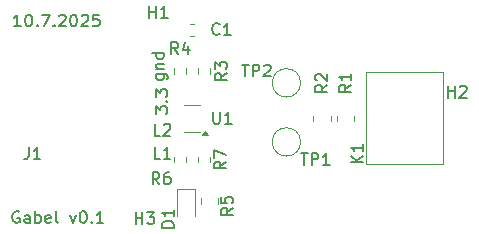
<source format=gbr>
%TF.GenerationSoftware,KiCad,Pcbnew,9.0.2*%
%TF.CreationDate,2025-07-10T11:39:35+02:00*%
%TF.ProjectId,iagabel,69616761-6265-46c2-9e6b-696361645f70,rev?*%
%TF.SameCoordinates,Original*%
%TF.FileFunction,Legend,Top*%
%TF.FilePolarity,Positive*%
%FSLAX46Y46*%
G04 Gerber Fmt 4.6, Leading zero omitted, Abs format (unit mm)*
G04 Created by KiCad (PCBNEW 9.0.2) date 2025-07-10 11:39:35*
%MOMM*%
%LPD*%
G01*
G04 APERTURE LIST*
%ADD10C,0.150000*%
%ADD11C,0.120000*%
G04 APERTURE END LIST*
D10*
X12953152Y-6284649D02*
X13762676Y-6284649D01*
X13762676Y-6284649D02*
X13857914Y-6332268D01*
X13857914Y-6332268D02*
X13905533Y-6379887D01*
X13905533Y-6379887D02*
X13953152Y-6475125D01*
X13953152Y-6475125D02*
X13953152Y-6617982D01*
X13953152Y-6617982D02*
X13905533Y-6713220D01*
X13572200Y-6284649D02*
X13619819Y-6379887D01*
X13619819Y-6379887D02*
X13619819Y-6570363D01*
X13619819Y-6570363D02*
X13572200Y-6665601D01*
X13572200Y-6665601D02*
X13524580Y-6713220D01*
X13524580Y-6713220D02*
X13429342Y-6760839D01*
X13429342Y-6760839D02*
X13143628Y-6760839D01*
X13143628Y-6760839D02*
X13048390Y-6713220D01*
X13048390Y-6713220D02*
X13000771Y-6665601D01*
X13000771Y-6665601D02*
X12953152Y-6570363D01*
X12953152Y-6570363D02*
X12953152Y-6379887D01*
X12953152Y-6379887D02*
X13000771Y-6284649D01*
X12953152Y-5808458D02*
X13619819Y-5808458D01*
X13048390Y-5808458D02*
X13000771Y-5760839D01*
X13000771Y-5760839D02*
X12953152Y-5665601D01*
X12953152Y-5665601D02*
X12953152Y-5522744D01*
X12953152Y-5522744D02*
X13000771Y-5427506D01*
X13000771Y-5427506D02*
X13096009Y-5379887D01*
X13096009Y-5379887D02*
X13619819Y-5379887D01*
X13619819Y-4475125D02*
X12619819Y-4475125D01*
X13572200Y-4475125D02*
X13619819Y-4570363D01*
X13619819Y-4570363D02*
X13619819Y-4760839D01*
X13619819Y-4760839D02*
X13572200Y-4856077D01*
X13572200Y-4856077D02*
X13524580Y-4903696D01*
X13524580Y-4903696D02*
X13429342Y-4951315D01*
X13429342Y-4951315D02*
X13143628Y-4951315D01*
X13143628Y-4951315D02*
X13048390Y-4903696D01*
X13048390Y-4903696D02*
X13000771Y-4856077D01*
X13000771Y-4856077D02*
X12953152Y-4760839D01*
X12953152Y-4760839D02*
X12953152Y-4570363D01*
X12953152Y-4570363D02*
X13000771Y-4475125D01*
X12919819Y-9608458D02*
X12919819Y-8989411D01*
X12919819Y-8989411D02*
X13300771Y-9322744D01*
X13300771Y-9322744D02*
X13300771Y-9179887D01*
X13300771Y-9179887D02*
X13348390Y-9084649D01*
X13348390Y-9084649D02*
X13396009Y-9037030D01*
X13396009Y-9037030D02*
X13491247Y-8989411D01*
X13491247Y-8989411D02*
X13729342Y-8989411D01*
X13729342Y-8989411D02*
X13824580Y-9037030D01*
X13824580Y-9037030D02*
X13872200Y-9084649D01*
X13872200Y-9084649D02*
X13919819Y-9179887D01*
X13919819Y-9179887D02*
X13919819Y-9465601D01*
X13919819Y-9465601D02*
X13872200Y-9560839D01*
X13872200Y-9560839D02*
X13824580Y-9608458D01*
X13824580Y-8560839D02*
X13872200Y-8513220D01*
X13872200Y-8513220D02*
X13919819Y-8560839D01*
X13919819Y-8560839D02*
X13872200Y-8608458D01*
X13872200Y-8608458D02*
X13824580Y-8560839D01*
X13824580Y-8560839D02*
X13919819Y-8560839D01*
X12919819Y-8179887D02*
X12919819Y-7560840D01*
X12919819Y-7560840D02*
X13300771Y-7894173D01*
X13300771Y-7894173D02*
X13300771Y-7751316D01*
X13300771Y-7751316D02*
X13348390Y-7656078D01*
X13348390Y-7656078D02*
X13396009Y-7608459D01*
X13396009Y-7608459D02*
X13491247Y-7560840D01*
X13491247Y-7560840D02*
X13729342Y-7560840D01*
X13729342Y-7560840D02*
X13824580Y-7608459D01*
X13824580Y-7608459D02*
X13872200Y-7656078D01*
X13872200Y-7656078D02*
X13919819Y-7751316D01*
X13919819Y-7751316D02*
X13919819Y-8037030D01*
X13919819Y-8037030D02*
X13872200Y-8132268D01*
X13872200Y-8132268D02*
X13824580Y-8179887D01*
X13312969Y-11469819D02*
X12836779Y-11469819D01*
X12836779Y-11469819D02*
X12836779Y-10469819D01*
X13598684Y-10565057D02*
X13646303Y-10517438D01*
X13646303Y-10517438D02*
X13741541Y-10469819D01*
X13741541Y-10469819D02*
X13979636Y-10469819D01*
X13979636Y-10469819D02*
X14074874Y-10517438D01*
X14074874Y-10517438D02*
X14122493Y-10565057D01*
X14122493Y-10565057D02*
X14170112Y-10660295D01*
X14170112Y-10660295D02*
X14170112Y-10755533D01*
X14170112Y-10755533D02*
X14122493Y-10898390D01*
X14122493Y-10898390D02*
X13551065Y-11469819D01*
X13551065Y-11469819D02*
X14170112Y-11469819D01*
X13312969Y-13419819D02*
X12836779Y-13419819D01*
X12836779Y-13419819D02*
X12836779Y-12419819D01*
X14170112Y-13419819D02*
X13598684Y-13419819D01*
X13884398Y-13419819D02*
X13884398Y-12419819D01*
X13884398Y-12419819D02*
X13789160Y-12562676D01*
X13789160Y-12562676D02*
X13693922Y-12657914D01*
X13693922Y-12657914D02*
X13598684Y-12705533D01*
X1510588Y-2219819D02*
X939160Y-2219819D01*
X1224874Y-2219819D02*
X1224874Y-1219819D01*
X1224874Y-1219819D02*
X1129636Y-1362676D01*
X1129636Y-1362676D02*
X1034398Y-1457914D01*
X1034398Y-1457914D02*
X939160Y-1505533D01*
X2129636Y-1219819D02*
X2224874Y-1219819D01*
X2224874Y-1219819D02*
X2320112Y-1267438D01*
X2320112Y-1267438D02*
X2367731Y-1315057D01*
X2367731Y-1315057D02*
X2415350Y-1410295D01*
X2415350Y-1410295D02*
X2462969Y-1600771D01*
X2462969Y-1600771D02*
X2462969Y-1838866D01*
X2462969Y-1838866D02*
X2415350Y-2029342D01*
X2415350Y-2029342D02*
X2367731Y-2124580D01*
X2367731Y-2124580D02*
X2320112Y-2172200D01*
X2320112Y-2172200D02*
X2224874Y-2219819D01*
X2224874Y-2219819D02*
X2129636Y-2219819D01*
X2129636Y-2219819D02*
X2034398Y-2172200D01*
X2034398Y-2172200D02*
X1986779Y-2124580D01*
X1986779Y-2124580D02*
X1939160Y-2029342D01*
X1939160Y-2029342D02*
X1891541Y-1838866D01*
X1891541Y-1838866D02*
X1891541Y-1600771D01*
X1891541Y-1600771D02*
X1939160Y-1410295D01*
X1939160Y-1410295D02*
X1986779Y-1315057D01*
X1986779Y-1315057D02*
X2034398Y-1267438D01*
X2034398Y-1267438D02*
X2129636Y-1219819D01*
X2891541Y-2124580D02*
X2939160Y-2172200D01*
X2939160Y-2172200D02*
X2891541Y-2219819D01*
X2891541Y-2219819D02*
X2843922Y-2172200D01*
X2843922Y-2172200D02*
X2891541Y-2124580D01*
X2891541Y-2124580D02*
X2891541Y-2219819D01*
X3272493Y-1219819D02*
X3939159Y-1219819D01*
X3939159Y-1219819D02*
X3510588Y-2219819D01*
X4320112Y-2124580D02*
X4367731Y-2172200D01*
X4367731Y-2172200D02*
X4320112Y-2219819D01*
X4320112Y-2219819D02*
X4272493Y-2172200D01*
X4272493Y-2172200D02*
X4320112Y-2124580D01*
X4320112Y-2124580D02*
X4320112Y-2219819D01*
X4748683Y-1315057D02*
X4796302Y-1267438D01*
X4796302Y-1267438D02*
X4891540Y-1219819D01*
X4891540Y-1219819D02*
X5129635Y-1219819D01*
X5129635Y-1219819D02*
X5224873Y-1267438D01*
X5224873Y-1267438D02*
X5272492Y-1315057D01*
X5272492Y-1315057D02*
X5320111Y-1410295D01*
X5320111Y-1410295D02*
X5320111Y-1505533D01*
X5320111Y-1505533D02*
X5272492Y-1648390D01*
X5272492Y-1648390D02*
X4701064Y-2219819D01*
X4701064Y-2219819D02*
X5320111Y-2219819D01*
X5939159Y-1219819D02*
X6034397Y-1219819D01*
X6034397Y-1219819D02*
X6129635Y-1267438D01*
X6129635Y-1267438D02*
X6177254Y-1315057D01*
X6177254Y-1315057D02*
X6224873Y-1410295D01*
X6224873Y-1410295D02*
X6272492Y-1600771D01*
X6272492Y-1600771D02*
X6272492Y-1838866D01*
X6272492Y-1838866D02*
X6224873Y-2029342D01*
X6224873Y-2029342D02*
X6177254Y-2124580D01*
X6177254Y-2124580D02*
X6129635Y-2172200D01*
X6129635Y-2172200D02*
X6034397Y-2219819D01*
X6034397Y-2219819D02*
X5939159Y-2219819D01*
X5939159Y-2219819D02*
X5843921Y-2172200D01*
X5843921Y-2172200D02*
X5796302Y-2124580D01*
X5796302Y-2124580D02*
X5748683Y-2029342D01*
X5748683Y-2029342D02*
X5701064Y-1838866D01*
X5701064Y-1838866D02*
X5701064Y-1600771D01*
X5701064Y-1600771D02*
X5748683Y-1410295D01*
X5748683Y-1410295D02*
X5796302Y-1315057D01*
X5796302Y-1315057D02*
X5843921Y-1267438D01*
X5843921Y-1267438D02*
X5939159Y-1219819D01*
X6653445Y-1315057D02*
X6701064Y-1267438D01*
X6701064Y-1267438D02*
X6796302Y-1219819D01*
X6796302Y-1219819D02*
X7034397Y-1219819D01*
X7034397Y-1219819D02*
X7129635Y-1267438D01*
X7129635Y-1267438D02*
X7177254Y-1315057D01*
X7177254Y-1315057D02*
X7224873Y-1410295D01*
X7224873Y-1410295D02*
X7224873Y-1505533D01*
X7224873Y-1505533D02*
X7177254Y-1648390D01*
X7177254Y-1648390D02*
X6605826Y-2219819D01*
X6605826Y-2219819D02*
X7224873Y-2219819D01*
X8129635Y-1219819D02*
X7653445Y-1219819D01*
X7653445Y-1219819D02*
X7605826Y-1696009D01*
X7605826Y-1696009D02*
X7653445Y-1648390D01*
X7653445Y-1648390D02*
X7748683Y-1600771D01*
X7748683Y-1600771D02*
X7986778Y-1600771D01*
X7986778Y-1600771D02*
X8082016Y-1648390D01*
X8082016Y-1648390D02*
X8129635Y-1696009D01*
X8129635Y-1696009D02*
X8177254Y-1791247D01*
X8177254Y-1791247D02*
X8177254Y-2029342D01*
X8177254Y-2029342D02*
X8129635Y-2124580D01*
X8129635Y-2124580D02*
X8082016Y-2172200D01*
X8082016Y-2172200D02*
X7986778Y-2219819D01*
X7986778Y-2219819D02*
X7748683Y-2219819D01*
X7748683Y-2219819D02*
X7653445Y-2172200D01*
X7653445Y-2172200D02*
X7605826Y-2124580D01*
X1360588Y-17917438D02*
X1265350Y-17869819D01*
X1265350Y-17869819D02*
X1122493Y-17869819D01*
X1122493Y-17869819D02*
X979636Y-17917438D01*
X979636Y-17917438D02*
X884398Y-18012676D01*
X884398Y-18012676D02*
X836779Y-18107914D01*
X836779Y-18107914D02*
X789160Y-18298390D01*
X789160Y-18298390D02*
X789160Y-18441247D01*
X789160Y-18441247D02*
X836779Y-18631723D01*
X836779Y-18631723D02*
X884398Y-18726961D01*
X884398Y-18726961D02*
X979636Y-18822200D01*
X979636Y-18822200D02*
X1122493Y-18869819D01*
X1122493Y-18869819D02*
X1217731Y-18869819D01*
X1217731Y-18869819D02*
X1360588Y-18822200D01*
X1360588Y-18822200D02*
X1408207Y-18774580D01*
X1408207Y-18774580D02*
X1408207Y-18441247D01*
X1408207Y-18441247D02*
X1217731Y-18441247D01*
X2265350Y-18869819D02*
X2265350Y-18346009D01*
X2265350Y-18346009D02*
X2217731Y-18250771D01*
X2217731Y-18250771D02*
X2122493Y-18203152D01*
X2122493Y-18203152D02*
X1932017Y-18203152D01*
X1932017Y-18203152D02*
X1836779Y-18250771D01*
X2265350Y-18822200D02*
X2170112Y-18869819D01*
X2170112Y-18869819D02*
X1932017Y-18869819D01*
X1932017Y-18869819D02*
X1836779Y-18822200D01*
X1836779Y-18822200D02*
X1789160Y-18726961D01*
X1789160Y-18726961D02*
X1789160Y-18631723D01*
X1789160Y-18631723D02*
X1836779Y-18536485D01*
X1836779Y-18536485D02*
X1932017Y-18488866D01*
X1932017Y-18488866D02*
X2170112Y-18488866D01*
X2170112Y-18488866D02*
X2265350Y-18441247D01*
X2741541Y-18869819D02*
X2741541Y-17869819D01*
X2741541Y-18250771D02*
X2836779Y-18203152D01*
X2836779Y-18203152D02*
X3027255Y-18203152D01*
X3027255Y-18203152D02*
X3122493Y-18250771D01*
X3122493Y-18250771D02*
X3170112Y-18298390D01*
X3170112Y-18298390D02*
X3217731Y-18393628D01*
X3217731Y-18393628D02*
X3217731Y-18679342D01*
X3217731Y-18679342D02*
X3170112Y-18774580D01*
X3170112Y-18774580D02*
X3122493Y-18822200D01*
X3122493Y-18822200D02*
X3027255Y-18869819D01*
X3027255Y-18869819D02*
X2836779Y-18869819D01*
X2836779Y-18869819D02*
X2741541Y-18822200D01*
X4027255Y-18822200D02*
X3932017Y-18869819D01*
X3932017Y-18869819D02*
X3741541Y-18869819D01*
X3741541Y-18869819D02*
X3646303Y-18822200D01*
X3646303Y-18822200D02*
X3598684Y-18726961D01*
X3598684Y-18726961D02*
X3598684Y-18346009D01*
X3598684Y-18346009D02*
X3646303Y-18250771D01*
X3646303Y-18250771D02*
X3741541Y-18203152D01*
X3741541Y-18203152D02*
X3932017Y-18203152D01*
X3932017Y-18203152D02*
X4027255Y-18250771D01*
X4027255Y-18250771D02*
X4074874Y-18346009D01*
X4074874Y-18346009D02*
X4074874Y-18441247D01*
X4074874Y-18441247D02*
X3598684Y-18536485D01*
X4646303Y-18869819D02*
X4551065Y-18822200D01*
X4551065Y-18822200D02*
X4503446Y-18726961D01*
X4503446Y-18726961D02*
X4503446Y-17869819D01*
X5693923Y-18203152D02*
X5932018Y-18869819D01*
X5932018Y-18869819D02*
X6170113Y-18203152D01*
X6741542Y-17869819D02*
X6836780Y-17869819D01*
X6836780Y-17869819D02*
X6932018Y-17917438D01*
X6932018Y-17917438D02*
X6979637Y-17965057D01*
X6979637Y-17965057D02*
X7027256Y-18060295D01*
X7027256Y-18060295D02*
X7074875Y-18250771D01*
X7074875Y-18250771D02*
X7074875Y-18488866D01*
X7074875Y-18488866D02*
X7027256Y-18679342D01*
X7027256Y-18679342D02*
X6979637Y-18774580D01*
X6979637Y-18774580D02*
X6932018Y-18822200D01*
X6932018Y-18822200D02*
X6836780Y-18869819D01*
X6836780Y-18869819D02*
X6741542Y-18869819D01*
X6741542Y-18869819D02*
X6646304Y-18822200D01*
X6646304Y-18822200D02*
X6598685Y-18774580D01*
X6598685Y-18774580D02*
X6551066Y-18679342D01*
X6551066Y-18679342D02*
X6503447Y-18488866D01*
X6503447Y-18488866D02*
X6503447Y-18250771D01*
X6503447Y-18250771D02*
X6551066Y-18060295D01*
X6551066Y-18060295D02*
X6598685Y-17965057D01*
X6598685Y-17965057D02*
X6646304Y-17917438D01*
X6646304Y-17917438D02*
X6741542Y-17869819D01*
X7503447Y-18774580D02*
X7551066Y-18822200D01*
X7551066Y-18822200D02*
X7503447Y-18869819D01*
X7503447Y-18869819D02*
X7455828Y-18822200D01*
X7455828Y-18822200D02*
X7503447Y-18774580D01*
X7503447Y-18774580D02*
X7503447Y-18869819D01*
X8503446Y-18869819D02*
X7932018Y-18869819D01*
X8217732Y-18869819D02*
X8217732Y-17869819D01*
X8217732Y-17869819D02*
X8122494Y-18012676D01*
X8122494Y-18012676D02*
X8027256Y-18107914D01*
X8027256Y-18107914D02*
X7932018Y-18155533D01*
X18884819Y-13666666D02*
X18408628Y-13999999D01*
X18884819Y-14238094D02*
X17884819Y-14238094D01*
X17884819Y-14238094D02*
X17884819Y-13857142D01*
X17884819Y-13857142D02*
X17932438Y-13761904D01*
X17932438Y-13761904D02*
X17980057Y-13714285D01*
X17980057Y-13714285D02*
X18075295Y-13666666D01*
X18075295Y-13666666D02*
X18218152Y-13666666D01*
X18218152Y-13666666D02*
X18313390Y-13714285D01*
X18313390Y-13714285D02*
X18361009Y-13761904D01*
X18361009Y-13761904D02*
X18408628Y-13857142D01*
X18408628Y-13857142D02*
X18408628Y-14238094D01*
X17884819Y-13333332D02*
X17884819Y-12666666D01*
X17884819Y-12666666D02*
X18884819Y-13095237D01*
X27454819Y-7166666D02*
X26978628Y-7499999D01*
X27454819Y-7738094D02*
X26454819Y-7738094D01*
X26454819Y-7738094D02*
X26454819Y-7357142D01*
X26454819Y-7357142D02*
X26502438Y-7261904D01*
X26502438Y-7261904D02*
X26550057Y-7214285D01*
X26550057Y-7214285D02*
X26645295Y-7166666D01*
X26645295Y-7166666D02*
X26788152Y-7166666D01*
X26788152Y-7166666D02*
X26883390Y-7214285D01*
X26883390Y-7214285D02*
X26931009Y-7261904D01*
X26931009Y-7261904D02*
X26978628Y-7357142D01*
X26978628Y-7357142D02*
X26978628Y-7738094D01*
X26550057Y-6785713D02*
X26502438Y-6738094D01*
X26502438Y-6738094D02*
X26454819Y-6642856D01*
X26454819Y-6642856D02*
X26454819Y-6404761D01*
X26454819Y-6404761D02*
X26502438Y-6309523D01*
X26502438Y-6309523D02*
X26550057Y-6261904D01*
X26550057Y-6261904D02*
X26645295Y-6214285D01*
X26645295Y-6214285D02*
X26740533Y-6214285D01*
X26740533Y-6214285D02*
X26883390Y-6261904D01*
X26883390Y-6261904D02*
X27454819Y-6833332D01*
X27454819Y-6833332D02*
X27454819Y-6214285D01*
X19454819Y-17579166D02*
X18978628Y-17912499D01*
X19454819Y-18150594D02*
X18454819Y-18150594D01*
X18454819Y-18150594D02*
X18454819Y-17769642D01*
X18454819Y-17769642D02*
X18502438Y-17674404D01*
X18502438Y-17674404D02*
X18550057Y-17626785D01*
X18550057Y-17626785D02*
X18645295Y-17579166D01*
X18645295Y-17579166D02*
X18788152Y-17579166D01*
X18788152Y-17579166D02*
X18883390Y-17626785D01*
X18883390Y-17626785D02*
X18931009Y-17674404D01*
X18931009Y-17674404D02*
X18978628Y-17769642D01*
X18978628Y-17769642D02*
X18978628Y-18150594D01*
X18454819Y-16674404D02*
X18454819Y-17150594D01*
X18454819Y-17150594D02*
X18931009Y-17198213D01*
X18931009Y-17198213D02*
X18883390Y-17150594D01*
X18883390Y-17150594D02*
X18835771Y-17055356D01*
X18835771Y-17055356D02*
X18835771Y-16817261D01*
X18835771Y-16817261D02*
X18883390Y-16722023D01*
X18883390Y-16722023D02*
X18931009Y-16674404D01*
X18931009Y-16674404D02*
X19026247Y-16626785D01*
X19026247Y-16626785D02*
X19264342Y-16626785D01*
X19264342Y-16626785D02*
X19359580Y-16674404D01*
X19359580Y-16674404D02*
X19407200Y-16722023D01*
X19407200Y-16722023D02*
X19454819Y-16817261D01*
X19454819Y-16817261D02*
X19454819Y-17055356D01*
X19454819Y-17055356D02*
X19407200Y-17150594D01*
X19407200Y-17150594D02*
X19359580Y-17198213D01*
X37688095Y-8254819D02*
X37688095Y-7254819D01*
X37688095Y-7731009D02*
X38259523Y-7731009D01*
X38259523Y-8254819D02*
X38259523Y-7254819D01*
X38688095Y-7350057D02*
X38735714Y-7302438D01*
X38735714Y-7302438D02*
X38830952Y-7254819D01*
X38830952Y-7254819D02*
X39069047Y-7254819D01*
X39069047Y-7254819D02*
X39164285Y-7302438D01*
X39164285Y-7302438D02*
X39211904Y-7350057D01*
X39211904Y-7350057D02*
X39259523Y-7445295D01*
X39259523Y-7445295D02*
X39259523Y-7540533D01*
X39259523Y-7540533D02*
X39211904Y-7683390D01*
X39211904Y-7683390D02*
X38640476Y-8254819D01*
X38640476Y-8254819D02*
X39259523Y-8254819D01*
X17788095Y-9454819D02*
X17788095Y-10264342D01*
X17788095Y-10264342D02*
X17835714Y-10359580D01*
X17835714Y-10359580D02*
X17883333Y-10407200D01*
X17883333Y-10407200D02*
X17978571Y-10454819D01*
X17978571Y-10454819D02*
X18169047Y-10454819D01*
X18169047Y-10454819D02*
X18264285Y-10407200D01*
X18264285Y-10407200D02*
X18311904Y-10359580D01*
X18311904Y-10359580D02*
X18359523Y-10264342D01*
X18359523Y-10264342D02*
X18359523Y-9454819D01*
X19359523Y-10454819D02*
X18788095Y-10454819D01*
X19073809Y-10454819D02*
X19073809Y-9454819D01*
X19073809Y-9454819D02*
X18978571Y-9597676D01*
X18978571Y-9597676D02*
X18883333Y-9692914D01*
X18883333Y-9692914D02*
X18788095Y-9740533D01*
X13233333Y-15579819D02*
X12900000Y-15103628D01*
X12661905Y-15579819D02*
X12661905Y-14579819D01*
X12661905Y-14579819D02*
X13042857Y-14579819D01*
X13042857Y-14579819D02*
X13138095Y-14627438D01*
X13138095Y-14627438D02*
X13185714Y-14675057D01*
X13185714Y-14675057D02*
X13233333Y-14770295D01*
X13233333Y-14770295D02*
X13233333Y-14913152D01*
X13233333Y-14913152D02*
X13185714Y-15008390D01*
X13185714Y-15008390D02*
X13138095Y-15056009D01*
X13138095Y-15056009D02*
X13042857Y-15103628D01*
X13042857Y-15103628D02*
X12661905Y-15103628D01*
X14090476Y-14579819D02*
X13900000Y-14579819D01*
X13900000Y-14579819D02*
X13804762Y-14627438D01*
X13804762Y-14627438D02*
X13757143Y-14675057D01*
X13757143Y-14675057D02*
X13661905Y-14817914D01*
X13661905Y-14817914D02*
X13614286Y-15008390D01*
X13614286Y-15008390D02*
X13614286Y-15389342D01*
X13614286Y-15389342D02*
X13661905Y-15484580D01*
X13661905Y-15484580D02*
X13709524Y-15532200D01*
X13709524Y-15532200D02*
X13804762Y-15579819D01*
X13804762Y-15579819D02*
X13995238Y-15579819D01*
X13995238Y-15579819D02*
X14090476Y-15532200D01*
X14090476Y-15532200D02*
X14138095Y-15484580D01*
X14138095Y-15484580D02*
X14185714Y-15389342D01*
X14185714Y-15389342D02*
X14185714Y-15151247D01*
X14185714Y-15151247D02*
X14138095Y-15056009D01*
X14138095Y-15056009D02*
X14090476Y-15008390D01*
X14090476Y-15008390D02*
X13995238Y-14960771D01*
X13995238Y-14960771D02*
X13804762Y-14960771D01*
X13804762Y-14960771D02*
X13709524Y-15008390D01*
X13709524Y-15008390D02*
X13661905Y-15056009D01*
X13661905Y-15056009D02*
X13614286Y-15151247D01*
X14454819Y-19250594D02*
X13454819Y-19250594D01*
X13454819Y-19250594D02*
X13454819Y-19012499D01*
X13454819Y-19012499D02*
X13502438Y-18869642D01*
X13502438Y-18869642D02*
X13597676Y-18774404D01*
X13597676Y-18774404D02*
X13692914Y-18726785D01*
X13692914Y-18726785D02*
X13883390Y-18679166D01*
X13883390Y-18679166D02*
X14026247Y-18679166D01*
X14026247Y-18679166D02*
X14216723Y-18726785D01*
X14216723Y-18726785D02*
X14311961Y-18774404D01*
X14311961Y-18774404D02*
X14407200Y-18869642D01*
X14407200Y-18869642D02*
X14454819Y-19012499D01*
X14454819Y-19012499D02*
X14454819Y-19250594D01*
X14454819Y-17726785D02*
X14454819Y-18298213D01*
X14454819Y-18012499D02*
X13454819Y-18012499D01*
X13454819Y-18012499D02*
X13597676Y-18107737D01*
X13597676Y-18107737D02*
X13692914Y-18202975D01*
X13692914Y-18202975D02*
X13740533Y-18298213D01*
X25238095Y-12954819D02*
X25809523Y-12954819D01*
X25523809Y-13954819D02*
X25523809Y-12954819D01*
X26142857Y-13954819D02*
X26142857Y-12954819D01*
X26142857Y-12954819D02*
X26523809Y-12954819D01*
X26523809Y-12954819D02*
X26619047Y-13002438D01*
X26619047Y-13002438D02*
X26666666Y-13050057D01*
X26666666Y-13050057D02*
X26714285Y-13145295D01*
X26714285Y-13145295D02*
X26714285Y-13288152D01*
X26714285Y-13288152D02*
X26666666Y-13383390D01*
X26666666Y-13383390D02*
X26619047Y-13431009D01*
X26619047Y-13431009D02*
X26523809Y-13478628D01*
X26523809Y-13478628D02*
X26142857Y-13478628D01*
X27666666Y-13954819D02*
X27095238Y-13954819D01*
X27380952Y-13954819D02*
X27380952Y-12954819D01*
X27380952Y-12954819D02*
X27285714Y-13097676D01*
X27285714Y-13097676D02*
X27190476Y-13192914D01*
X27190476Y-13192914D02*
X27095238Y-13240533D01*
X18954819Y-6166666D02*
X18478628Y-6499999D01*
X18954819Y-6738094D02*
X17954819Y-6738094D01*
X17954819Y-6738094D02*
X17954819Y-6357142D01*
X17954819Y-6357142D02*
X18002438Y-6261904D01*
X18002438Y-6261904D02*
X18050057Y-6214285D01*
X18050057Y-6214285D02*
X18145295Y-6166666D01*
X18145295Y-6166666D02*
X18288152Y-6166666D01*
X18288152Y-6166666D02*
X18383390Y-6214285D01*
X18383390Y-6214285D02*
X18431009Y-6261904D01*
X18431009Y-6261904D02*
X18478628Y-6357142D01*
X18478628Y-6357142D02*
X18478628Y-6738094D01*
X17954819Y-5833332D02*
X17954819Y-5214285D01*
X17954819Y-5214285D02*
X18335771Y-5547618D01*
X18335771Y-5547618D02*
X18335771Y-5404761D01*
X18335771Y-5404761D02*
X18383390Y-5309523D01*
X18383390Y-5309523D02*
X18431009Y-5261904D01*
X18431009Y-5261904D02*
X18526247Y-5214285D01*
X18526247Y-5214285D02*
X18764342Y-5214285D01*
X18764342Y-5214285D02*
X18859580Y-5261904D01*
X18859580Y-5261904D02*
X18907200Y-5309523D01*
X18907200Y-5309523D02*
X18954819Y-5404761D01*
X18954819Y-5404761D02*
X18954819Y-5690475D01*
X18954819Y-5690475D02*
X18907200Y-5785713D01*
X18907200Y-5785713D02*
X18859580Y-5833332D01*
X18333333Y-2859580D02*
X18285714Y-2907200D01*
X18285714Y-2907200D02*
X18142857Y-2954819D01*
X18142857Y-2954819D02*
X18047619Y-2954819D01*
X18047619Y-2954819D02*
X17904762Y-2907200D01*
X17904762Y-2907200D02*
X17809524Y-2811961D01*
X17809524Y-2811961D02*
X17761905Y-2716723D01*
X17761905Y-2716723D02*
X17714286Y-2526247D01*
X17714286Y-2526247D02*
X17714286Y-2383390D01*
X17714286Y-2383390D02*
X17761905Y-2192914D01*
X17761905Y-2192914D02*
X17809524Y-2097676D01*
X17809524Y-2097676D02*
X17904762Y-2002438D01*
X17904762Y-2002438D02*
X18047619Y-1954819D01*
X18047619Y-1954819D02*
X18142857Y-1954819D01*
X18142857Y-1954819D02*
X18285714Y-2002438D01*
X18285714Y-2002438D02*
X18333333Y-2050057D01*
X19285714Y-2954819D02*
X18714286Y-2954819D01*
X19000000Y-2954819D02*
X19000000Y-1954819D01*
X19000000Y-1954819D02*
X18904762Y-2097676D01*
X18904762Y-2097676D02*
X18809524Y-2192914D01*
X18809524Y-2192914D02*
X18714286Y-2240533D01*
X29454819Y-7166666D02*
X28978628Y-7499999D01*
X29454819Y-7738094D02*
X28454819Y-7738094D01*
X28454819Y-7738094D02*
X28454819Y-7357142D01*
X28454819Y-7357142D02*
X28502438Y-7261904D01*
X28502438Y-7261904D02*
X28550057Y-7214285D01*
X28550057Y-7214285D02*
X28645295Y-7166666D01*
X28645295Y-7166666D02*
X28788152Y-7166666D01*
X28788152Y-7166666D02*
X28883390Y-7214285D01*
X28883390Y-7214285D02*
X28931009Y-7261904D01*
X28931009Y-7261904D02*
X28978628Y-7357142D01*
X28978628Y-7357142D02*
X28978628Y-7738094D01*
X29454819Y-6214285D02*
X29454819Y-6785713D01*
X29454819Y-6499999D02*
X28454819Y-6499999D01*
X28454819Y-6499999D02*
X28597676Y-6595237D01*
X28597676Y-6595237D02*
X28692914Y-6690475D01*
X28692914Y-6690475D02*
X28740533Y-6785713D01*
X12388095Y-1504819D02*
X12388095Y-504819D01*
X12388095Y-981009D02*
X12959523Y-981009D01*
X12959523Y-1504819D02*
X12959523Y-504819D01*
X13959523Y-1504819D02*
X13388095Y-1504819D01*
X13673809Y-1504819D02*
X13673809Y-504819D01*
X13673809Y-504819D02*
X13578571Y-647676D01*
X13578571Y-647676D02*
X13483333Y-742914D01*
X13483333Y-742914D02*
X13388095Y-790533D01*
X30454819Y-13738094D02*
X29454819Y-13738094D01*
X30454819Y-13166666D02*
X29883390Y-13595237D01*
X29454819Y-13166666D02*
X30026247Y-13738094D01*
X30454819Y-12214285D02*
X30454819Y-12785713D01*
X30454819Y-12499999D02*
X29454819Y-12499999D01*
X29454819Y-12499999D02*
X29597676Y-12595237D01*
X29597676Y-12595237D02*
X29692914Y-12690475D01*
X29692914Y-12690475D02*
X29740533Y-12785713D01*
X20238095Y-5454819D02*
X20809523Y-5454819D01*
X20523809Y-6454819D02*
X20523809Y-5454819D01*
X21142857Y-6454819D02*
X21142857Y-5454819D01*
X21142857Y-5454819D02*
X21523809Y-5454819D01*
X21523809Y-5454819D02*
X21619047Y-5502438D01*
X21619047Y-5502438D02*
X21666666Y-5550057D01*
X21666666Y-5550057D02*
X21714285Y-5645295D01*
X21714285Y-5645295D02*
X21714285Y-5788152D01*
X21714285Y-5788152D02*
X21666666Y-5883390D01*
X21666666Y-5883390D02*
X21619047Y-5931009D01*
X21619047Y-5931009D02*
X21523809Y-5978628D01*
X21523809Y-5978628D02*
X21142857Y-5978628D01*
X22095238Y-5550057D02*
X22142857Y-5502438D01*
X22142857Y-5502438D02*
X22238095Y-5454819D01*
X22238095Y-5454819D02*
X22476190Y-5454819D01*
X22476190Y-5454819D02*
X22571428Y-5502438D01*
X22571428Y-5502438D02*
X22619047Y-5550057D01*
X22619047Y-5550057D02*
X22666666Y-5645295D01*
X22666666Y-5645295D02*
X22666666Y-5740533D01*
X22666666Y-5740533D02*
X22619047Y-5883390D01*
X22619047Y-5883390D02*
X22047619Y-6454819D01*
X22047619Y-6454819D02*
X22666666Y-6454819D01*
X2166666Y-12454819D02*
X2166666Y-13169104D01*
X2166666Y-13169104D02*
X2119047Y-13311961D01*
X2119047Y-13311961D02*
X2023809Y-13407200D01*
X2023809Y-13407200D02*
X1880952Y-13454819D01*
X1880952Y-13454819D02*
X1785714Y-13454819D01*
X3166666Y-13454819D02*
X2595238Y-13454819D01*
X2880952Y-13454819D02*
X2880952Y-12454819D01*
X2880952Y-12454819D02*
X2785714Y-12597676D01*
X2785714Y-12597676D02*
X2690476Y-12692914D01*
X2690476Y-12692914D02*
X2595238Y-12740533D01*
X14833333Y-4554819D02*
X14500000Y-4078628D01*
X14261905Y-4554819D02*
X14261905Y-3554819D01*
X14261905Y-3554819D02*
X14642857Y-3554819D01*
X14642857Y-3554819D02*
X14738095Y-3602438D01*
X14738095Y-3602438D02*
X14785714Y-3650057D01*
X14785714Y-3650057D02*
X14833333Y-3745295D01*
X14833333Y-3745295D02*
X14833333Y-3888152D01*
X14833333Y-3888152D02*
X14785714Y-3983390D01*
X14785714Y-3983390D02*
X14738095Y-4031009D01*
X14738095Y-4031009D02*
X14642857Y-4078628D01*
X14642857Y-4078628D02*
X14261905Y-4078628D01*
X15690476Y-3888152D02*
X15690476Y-4554819D01*
X15452381Y-3507200D02*
X15214286Y-4221485D01*
X15214286Y-4221485D02*
X15833333Y-4221485D01*
X11238095Y-18954819D02*
X11238095Y-17954819D01*
X11238095Y-18431009D02*
X11809523Y-18431009D01*
X11809523Y-18954819D02*
X11809523Y-17954819D01*
X12190476Y-17954819D02*
X12809523Y-17954819D01*
X12809523Y-17954819D02*
X12476190Y-18335771D01*
X12476190Y-18335771D02*
X12619047Y-18335771D01*
X12619047Y-18335771D02*
X12714285Y-18383390D01*
X12714285Y-18383390D02*
X12761904Y-18431009D01*
X12761904Y-18431009D02*
X12809523Y-18526247D01*
X12809523Y-18526247D02*
X12809523Y-18764342D01*
X12809523Y-18764342D02*
X12761904Y-18859580D01*
X12761904Y-18859580D02*
X12714285Y-18907200D01*
X12714285Y-18907200D02*
X12619047Y-18954819D01*
X12619047Y-18954819D02*
X12333333Y-18954819D01*
X12333333Y-18954819D02*
X12238095Y-18907200D01*
X12238095Y-18907200D02*
X12190476Y-18859580D01*
D11*
%TO.C,R7*%
X17522500Y-13262742D02*
X17522500Y-13737258D01*
X16477500Y-13262742D02*
X16477500Y-13737258D01*
%TO.C,R2*%
X26265000Y-10227064D02*
X26265000Y-9772936D01*
X27735000Y-10227064D02*
X27735000Y-9772936D01*
%TO.C,R5*%
X16765000Y-16772936D02*
X16765000Y-17227064D01*
X18235000Y-16772936D02*
X18235000Y-17227064D01*
%TO.C,U1*%
X16700000Y-8840000D02*
X15300000Y-8840000D01*
X16710000Y-11160000D02*
X15300000Y-11160000D01*
X17320000Y-11440000D02*
X16840000Y-11440000D01*
X17080000Y-11110000D01*
X17320000Y-11440000D01*
G36*
X17320000Y-11440000D02*
G01*
X16840000Y-11440000D01*
X17080000Y-11110000D01*
X17320000Y-11440000D01*
G37*
%TO.C,R6*%
X14477500Y-13262742D02*
X14477500Y-13737258D01*
X15522500Y-13262742D02*
X15522500Y-13737258D01*
%TO.C,D1*%
X14765000Y-16015000D02*
X14765000Y-18300000D01*
X16235000Y-16015000D02*
X14765000Y-16015000D01*
X16235000Y-18300000D02*
X16235000Y-16015000D01*
%TO.C,TP1*%
X25200000Y-12000000D02*
G75*
G02*
X22800000Y-12000000I-1200000J0D01*
G01*
X22800000Y-12000000D02*
G75*
G02*
X25200000Y-12000000I1200000J0D01*
G01*
%TO.C,R3*%
X16477500Y-6237258D02*
X16477500Y-5762742D01*
X17522500Y-6237258D02*
X17522500Y-5762742D01*
%TO.C,C1*%
X15859420Y-1990000D02*
X16140580Y-1990000D01*
X15859420Y-3010000D02*
X16140580Y-3010000D01*
%TO.C,R1*%
X28265000Y-10227064D02*
X28265000Y-9772936D01*
X29735000Y-10227064D02*
X29735000Y-9772936D01*
%TO.C,K1*%
X30750000Y-6100000D02*
X37250000Y-6100000D01*
X30750000Y-13900000D02*
X30750000Y-6100000D01*
X37250000Y-6100000D02*
X37250000Y-13900000D01*
X37250000Y-13900000D02*
X30750000Y-13900000D01*
%TO.C,TP2*%
X25200000Y-7000000D02*
G75*
G02*
X22800000Y-7000000I-1200000J0D01*
G01*
X22800000Y-7000000D02*
G75*
G02*
X25200000Y-7000000I1200000J0D01*
G01*
%TO.C,R4*%
X14477500Y-6237258D02*
X14477500Y-5762742D01*
X15522500Y-6237258D02*
X15522500Y-5762742D01*
%TD*%
M02*

</source>
